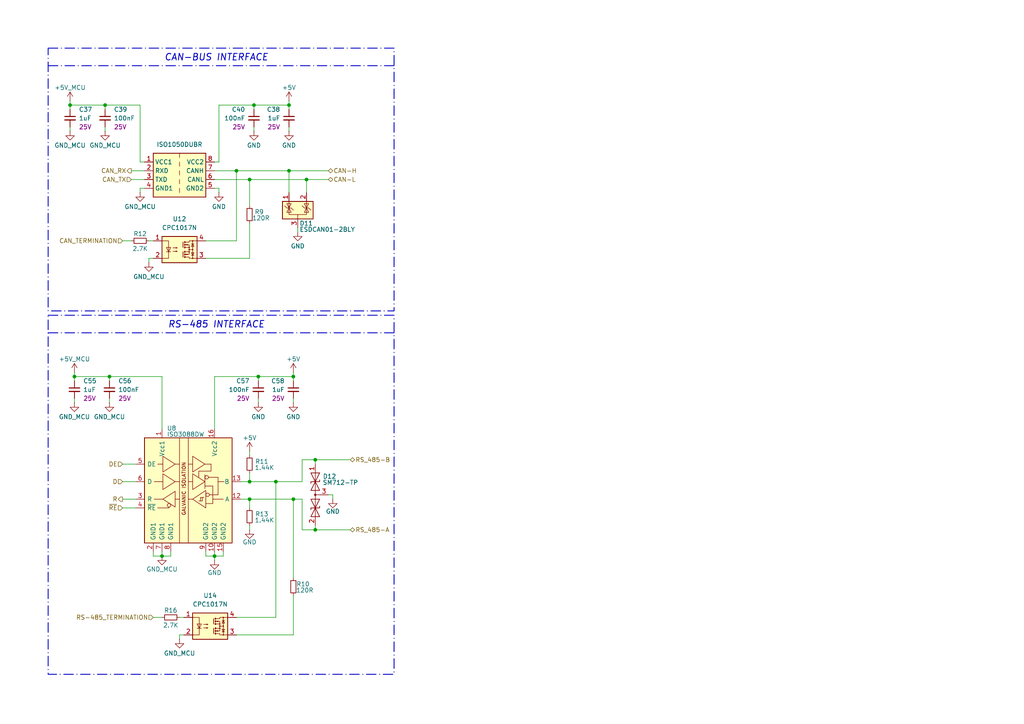
<source format=kicad_sch>
(kicad_sch (version 20231120) (generator "eeschema") (generator_version "8.0")
  (paper "A4")
  (lib_symbols
    (symbol "Device:C_Small" (pin_numbers hide) (pin_names (offset 0.254) hide)
      (property "Reference" "C" (at 0.254 1.778 0))
      (property "Value" "C_Small" (at 0.254 -2.032 0))
      (symbol "C_Small_0_1"
        (polyline (pts (xy -1.524 -0.508) (xy 1.524 -0.508)) (stroke (width 0.3302)))
        (polyline (pts (xy -1.524 0.508) (xy 1.524 0.508)) (stroke (width 0.3048)))
      )
      (symbol "C_Small_1_1"
        (pin passive line (at 0 2.54 270) (length 2.032) (name "~") (number "1"))
        (pin passive line (at 0 -2.54 90) (length 2.032) (name "~") (number "2"))
      )
    )
    (symbol "Device:R_Small" (pin_numbers hide) (pin_names (offset 0.254) hide)
      (property "Reference" "R" (at 0.762 0.508 0))
      (property "Value" "R_Small" (at 0.762 -1.016 0))
      (symbol "R_Small_0_1"
        (rectangle (start -0.762 1.778) (end 0.762 -1.778) (stroke (width 0.2032)))
      )
      (symbol "R_Small_1_1"
        (pin passive line (at 0 2.54 270) (length 0.762) (name "~") (number "1"))
        (pin passive line (at 0 -2.54 90) (length 0.762) (name "~") (number "2"))
      )
    )
    (symbol "Diode:SM712_SOT23" (pin_names (offset 1.016) hide)
      (property "Reference" "D" (at 0 4.445 0))
      (property "Value" "SM712_SOT23" (at 0 2.54 0))
      (symbol "SM712_SOT23_0_0"
        (polyline (pts (xy 0 -1.27) (xy 0 0)))
      )
      (symbol "SM712_SOT23_0_1"
        (polyline (pts (xy -6.35 0) (xy 6.35 0)))
        (polyline (pts (xy -3.302 1.27) (xy -3.81 1.27) (xy -3.81 -1.27) (xy -4.318 -1.27)) (stroke (width 0.2032)))
        (polyline (pts (xy 4.318 1.27) (xy 3.81 1.27) (xy 3.81 -1.27) (xy 3.302 -1.27)) (stroke (width 0.2032)))
        (polyline (pts (xy -6.35 -1.27) (xy -1.27 1.27) (xy -1.27 -1.27) (xy -6.35 1.27) (xy -6.35 -1.27)) (stroke (width 0.2032)))
        (polyline (pts (xy 1.27 -1.27) (xy 1.27 1.27) (xy 6.35 -1.27) (xy 6.35 1.27) (xy 1.27 -1.27)) (stroke (width 0.2032)))
        (circle (center 0 0) (radius 0.254) (fill (type outline)))
      )
      (symbol "SM712_SOT23_1_1"
        (pin passive line (at -8.89 0 0) (length 2.54) (name "A1") (number "1"))
        (pin passive line (at 8.89 0 180) (length 2.54) (name "A2") (number "2"))
        (pin input line (at 0 -3.81 90) (length 2.54) (name "common") (number "3"))
      )
    )
    (symbol "Interface_CAN_LIN:ISO1050DUB"
      (property "Reference" "U" (at -6.35 6.35 0))
      (property "Value" "ISO1050DUB" (at 2.54 6.35 0))
      (symbol "ISO1050DUB_0_1"
        (rectangle (start -7.62 5.08) (end 7.62 -7.62) (stroke (width 0.254)) (fill (type background)))
        (polyline (pts (xy 0 -5.08) (xy 0 -6.35)))
        (polyline (pts (xy 0 -2.54) (xy 0 -3.81)))
        (polyline (pts (xy 0 0) (xy 0 -1.27)))
        (polyline (pts (xy 0 2.54) (xy 0 1.27)))
        (polyline (pts (xy 0 5.08) (xy 0 3.81)))
      )
      (symbol "ISO1050DUB_1_1"
        (pin power_in line (at -10.16 2.54 0) (length 2.54) (name "VCC1") (number "1"))
        (pin output line (at -10.16 0 0) (length 2.54) (name "RXD") (number "2"))
        (pin input line (at -10.16 -2.54 0) (length 2.54) (name "TXD") (number "3"))
        (pin power_in line (at -10.16 -5.08 0) (length 2.54) (name "GND1") (number "4"))
        (pin power_in line (at 10.16 -5.08 180) (length 2.54) (name "GND2") (number "5"))
        (pin bidirectional line (at 10.16 -2.54 180) (length 2.54) (name "CANL") (number "6"))
        (pin bidirectional line (at 10.16 0 180) (length 2.54) (name "CANH") (number "7"))
        (pin power_in line (at 10.16 2.54 180) (length 2.54) (name "VCC2") (number "8"))
      )
    )
    (symbol "Interface_UART:ISO3082DW" (pin_names (offset 0.762))
      (property "Reference" "U" (at 0 19.05 0))
      (property "Value" "ISO3082DW" (at 0 16.51 0))
      (symbol "ISO3082DW_0_0"
        (rectangle (start -12.7 15.24) (end 12.7 -15.24) (stroke (width 0.254)) (fill (type background)))
        (polyline (pts (xy -8.636 2.54) (xy -9.906 2.54)))
        (polyline (pts (xy -7.62 7.62) (xy -8.89 7.62)))
        (polyline (pts (xy -7.366 7.62) (xy -7.62 7.62)))
        (polyline (pts (xy -2.54 15.24) (xy -2.54 -15.24)))
        (polyline (pts (xy 0 15.24) (xy 0 -15.24)))
        (polyline (pts (xy -7.366 4.826) (xy -7.366 0.254) (xy -3.81 2.54) (xy -7.366 4.826)))
        (polyline (pts (xy -7.366 9.906) (xy -7.366 5.334) (xy -3.81 7.62) (xy -7.366 9.906)))
        (polyline (pts (xy -3.81 -0.254) (xy -3.81 -4.826) (xy -7.366 -2.54) (xy -3.81 -0.254)))
        (polyline (pts (xy 1.27 9.906) (xy 1.27 5.334) (xy 4.826 7.62) (xy 1.27 9.906)))
        (text "GALVANIC ISOLATION" (at -1.27 0.508 900) (effects (font (size 1.016 1.016))))
      )
      (symbol "ISO3082DW_0_1"
        (circle (center -5.588 -4.318) (radius 0.508))
        (polyline (pts (xy -7.366 -2.54) (xy -9.906 -2.54)))
        (polyline (pts (xy -7.366 2.54) (xy -8.636 2.54)))
        (polyline (pts (xy -3.81 -2.54) (xy -2.54 -2.54)))
        (polyline (pts (xy -3.81 2.54) (xy -2.54 2.54)))
        (polyline (pts (xy -3.81 7.62) (xy -2.54 7.62)))
        (polyline (pts (xy 0 -2.54) (xy 1.27 -2.54)))
        (polyline (pts (xy 0 2.54) (xy 1.27 2.54)))
        (polyline (pts (xy 0 7.62) (xy 1.27 7.62)))
        (polyline (pts (xy 3.556 -2.286) (xy 3.556 -3.048)))
        (polyline (pts (xy 4.064 -3.048) (xy 3.048 -3.048)))
        (polyline (pts (xy 4.064 -2.286) (xy 4.064 -3.048)))
        (polyline (pts (xy 4.064 -2.286) (xy 4.064 -2.032)))
        (polyline (pts (xy 4.826 1.27) (xy 6.096 1.27)))
        (polyline (pts (xy 4.826 4.572) (xy 4.826 0.508)))
        (polyline (pts (xy 4.826 7.62) (xy 6.604 7.62)))
        (polyline (pts (xy 5.08 -3.81) (xy 6.096 -3.81)))
        (polyline (pts (xy 5.842 3.81) (xy 8.636 3.81)))
        (polyline (pts (xy 6.096 -1.27) (xy 8.636 -1.27)))
        (polyline (pts (xy 6.096 1.27) (xy 7.112 1.27)))
        (polyline (pts (xy 7.112 -3.81) (xy 6.096 -3.81)))
        (polyline (pts (xy 7.112 1.27) (xy 7.112 -3.81)))
        (polyline (pts (xy 8.636 -1.27) (xy 8.636 3.81)))
        (polyline (pts (xy 8.636 2.54) (xy 10.414 2.54)))
        (polyline (pts (xy -8.89 -5.08) (xy -5.588 -5.08) (xy -5.588 -4.826)))
        (polyline (pts (xy 3.556 -2.286) (xy 3.556 -2.032) (xy 4.572 -2.032)))
        (polyline (pts (xy 10.16 -2.54) (xy 8.89 -2.54) (xy 7.112 -2.54)))
        (polyline (pts (xy 1.27 -2.54) (xy 5.08 0) (xy 5.08 -5.08) (xy 1.27 -2.54)))
        (polyline (pts (xy 6.604 7.62) (xy 6.604 5.588) (xy 3.048 5.588) (xy 3.048 3.81)))
        (circle (center 5.334 3.81) (radius 0.508))
        (circle (center 5.588 -1.27) (radius 0.508))
      )
      (symbol "ISO3082DW_1_0"
        (polyline (pts (xy 1.27 4.826) (xy 1.27 0.254) (xy 4.826 2.54) (xy 1.27 4.826)))
      )
      (symbol "ISO3082DW_1_1"
        (pin power_in line (at -7.62 17.78 270) (length 2.54) (name "Vcc1") (number "1"))
        (pin power_in line (at 7.62 -17.78 90) (length 2.54) (name "GND2") (number "10"))
        (pin no_connect line (at 12.7 10.16 180) (length 2.54) hide (name "NC") (number "11"))
        (pin bidirectional line (at 15.24 -2.54 180) (length 2.54) (name "A") (number "12"))
        (pin bidirectional line (at 15.24 2.54 180) (length 2.54) (name "B") (number "13"))
        (pin no_connect line (at 12.7 7.62 180) (length 2.54) hide (name "NC") (number "14"))
        (pin power_in line (at 10.16 -17.78 90) (length 2.54) (name "GND2") (number "15"))
        (pin power_in line (at 7.62 17.78 270) (length 2.54) (name "Vcc2") (number "16"))
        (pin power_in line (at -10.16 -17.78 90) (length 2.54) (name "GND1") (number "2"))
        (pin output line (at -15.24 -2.54 0) (length 2.54) (name "R") (number "3"))
        (pin input line (at -15.24 -5.08 0) (length 2.54) (name "~{RE}") (number "4"))
        (pin input line (at -15.24 7.62 0) (length 2.54) (name "DE") (number "5"))
        (pin input line (at -15.24 2.54 0) (length 2.54) (name "D") (number "6"))
        (pin power_in line (at -7.62 -17.78 90) (length 2.54) (name "GND1") (number "7"))
        (pin power_in line (at -5.08 -17.78 90) (length 2.54) (name "GND1") (number "8"))
        (pin power_in line (at 5.08 -17.78 90) (length 2.54) (name "GND2") (number "9"))
      )
    )
    (symbol "Power_Protection:NUP2105L" (pin_names hide)
      (property "Reference" "D" (at 5.715 2.54 0))
      (property "Value" "NUP2105L" (at 5.715 0.635 0))
      (symbol "NUP2105L_0_0"
        (pin passive line (at 0 -5.08 90) (length 2.54) (name "A") (number "3"))
      )
      (symbol "NUP2105L_0_1"
        (rectangle (start -4.445 2.54) (end 4.445 -2.54) (stroke (width 0.254)) (fill (type background)))
        (polyline (pts (xy -2.54 2.54) (xy -2.54 0.635)))
        (polyline (pts (xy 0 -1.27) (xy 0 -2.54)))
        (polyline (pts (xy 2.54 2.54) (xy 2.54 0.635)))
        (polyline (pts (xy -3.81 1.27) (xy -3.175 0.635) (xy -1.905 0.635) (xy -1.27 0)))
        (polyline (pts (xy -2.54 0.635) (xy -2.54 -1.27) (xy 2.54 -1.27) (xy 2.54 0.635)))
        (polyline (pts (xy -2.54 0.635) (xy -1.905 -0.635) (xy -3.175 -0.635) (xy -2.54 0.635)))
        (polyline (pts (xy 2.54 0.635) (xy 1.905 -0.635) (xy 3.175 -0.635) (xy 2.54 0.635)))
        (polyline (pts (xy 2.54 0.635) (xy 3.175 1.905) (xy 1.905 1.905) (xy 2.54 0.635)))
        (polyline (pts (xy -2.54 0.635) (xy -3.175 1.905) (xy -1.905 1.905) (xy -2.54 0.635) (xy -2.54 1.27)))
        (polyline (pts (xy 1.27 1.27) (xy 1.905 0.635) (xy 2.54 0.635) (xy 3.175 0.635) (xy 3.81 0)))
      )
      (symbol "NUP2105L_1_1"
        (pin passive line (at -2.54 5.08 270) (length 2.54) (name "K") (number "1"))
        (pin passive line (at 2.54 5.08 270) (length 2.54) (name "K") (number "2"))
      )
    )
    (symbol "Relay_SolidState:CPC1017N"
      (property "Reference" "U" (at -5.08 5.08 0))
      (property "Value" "CPC1017N" (at 0 5.08 0))
      (symbol "CPC1017N_0_1"
        (rectangle (start -5.08 3.81) (end 5.08 -3.81) (stroke (width 0.254)) (fill (type background)))
        (polyline (pts (xy -3.81 -0.635) (xy -2.54 -0.635)))
        (polyline (pts (xy 1.016 -0.635) (xy 1.016 -2.159)) (stroke (width 0.2032)))
        (polyline (pts (xy 1.016 2.159) (xy 1.016 0.635)) (stroke (width 0.2032)))
        (polyline (pts (xy 1.524 -0.508) (xy 1.524 -0.762)) (stroke (width 0.3556)))
        (polyline (pts (xy 2.794 0) (xy 3.81 0)))
        (polyline (pts (xy 3.429 -1.651) (xy 4.191 -1.651)))
        (polyline (pts (xy 3.429 1.651) (xy 4.191 1.651)))
        (polyline (pts (xy 3.81 -2.54) (xy 3.81 2.54)))
        (polyline (pts (xy 1.524 -2.032) (xy 1.524 -2.286) (xy 1.524 -2.286)) (stroke (width 0.3556)))
        (polyline (pts (xy 1.524 -1.27) (xy 1.524 -1.524) (xy 1.524 -1.524)) (stroke (width 0.3556)))
        (polyline (pts (xy 1.524 0.762) (xy 1.524 0.508) (xy 1.524 0.508)) (stroke (width 0.3556)))
        (polyline (pts (xy 1.524 1.524) (xy 1.524 1.27) (xy 1.524 1.27)) (stroke (width 0.3556)))
        (polyline (pts (xy 1.524 2.286) (xy 1.524 2.032) (xy 1.524 2.032)) (stroke (width 0.3556)))
        (polyline (pts (xy 1.651 -1.397) (xy 2.794 -1.397) (xy 2.794 -0.635)))
        (polyline (pts (xy 1.651 1.397) (xy 2.794 1.397) (xy 2.794 0.635)))
        (polyline (pts (xy -5.08 2.54) (xy -3.175 2.54) (xy -3.175 -2.54) (xy -5.08 -2.54)))
        (polyline (pts (xy -3.175 -0.635) (xy -3.81 0.635) (xy -2.54 0.635) (xy -3.175 -0.635)))
        (polyline (pts (xy 1.651 -2.159) (xy 2.794 -2.159) (xy 2.794 -2.54) (xy 5.08 -2.54)))
        (polyline (pts (xy 1.651 -0.635) (xy 2.794 -0.635) (xy 2.794 0.635) (xy 1.651 0.635)))
        (polyline (pts (xy 1.651 2.159) (xy 2.794 2.159) (xy 2.794 2.54) (xy 5.08 2.54)))
        (polyline (pts (xy 1.778 -1.397) (xy 2.286 -1.27) (xy 2.286 -1.524) (xy 1.778 -1.397)))
        (polyline (pts (xy 1.778 1.397) (xy 2.286 1.524) (xy 2.286 1.27) (xy 1.778 1.397)))
        (polyline (pts (xy 3.81 -1.651) (xy 3.429 -0.889) (xy 4.191 -0.889) (xy 3.81 -1.651)))
        (polyline (pts (xy 3.81 1.651) (xy 3.429 0.889) (xy 4.191 0.889) (xy 3.81 1.651)))
        (polyline (pts (xy -1.905 -0.508) (xy -0.635 -0.508) (xy -1.016 -0.635) (xy -1.016 -0.381) (xy -0.635 -0.508)))
        (polyline (pts (xy -1.905 0.508) (xy -0.635 0.508) (xy -1.016 0.381) (xy -1.016 0.635) (xy -0.635 0.508)))
        (circle (center 2.794 -0.635) (radius 0.127))
        (circle (center 2.794 0) (radius 0.127))
        (circle (center 2.794 0.635) (radius 0.127))
        (circle (center 3.81 -2.54) (radius 0.127))
        (circle (center 3.81 0) (radius 0.127))
        (circle (center 3.81 2.54) (radius 0.127))
      )
      (symbol "CPC1017N_1_1"
        (pin passive line (at -7.62 2.54 0) (length 2.54) (name "~") (number "1"))
        (pin passive line (at -7.62 -2.54 0) (length 2.54) (name "~") (number "2"))
        (pin passive line (at 7.62 -2.54 180) (length 2.54) (name "~") (number "3"))
        (pin passive line (at 7.62 2.54 180) (length 2.54) (name "~") (number "4"))
      )
    )
    (symbol "power:GND" (power) (pin_numbers hide) (pin_names (offset 0) hide)
      (property "Value" "GND" (at 0 -3.81 0))
      (symbol "GND_0_1"
        (polyline (pts (xy 0 0) (xy 0 -1.27) (xy 1.27 -1.27) (xy 0 -2.54) (xy -1.27 -1.27) (xy 0 -1.27)))
      )
      (symbol "GND_1_1"
        (pin power_in line (at 0 0 270) (length 0) (name "~") (number "1"))
      )
    )
    (symbol "power:VCC" (power) (pin_numbers hide) (pin_names (offset 0) hide)
      (property "Value" "VCC" (at 0 3.556 0))
      (symbol "VCC_0_1"
        (polyline (pts (xy -0.762 1.27) (xy 0 2.54)))
        (polyline (pts (xy 0 0) (xy 0 2.54)))
        (polyline (pts (xy 0 2.54) (xy 0.762 1.27)))
      )
      (symbol "VCC_1_1"
        (pin power_in line (at 0 0 90) (length 0) (name "~") (number "1"))
      )
    )
  )
  (junction (at 72.39 52.07))
  (junction (at 31.75 109.22))
  (junction (at 73.66 30.48))
  (junction (at 62.23 161.29))
  (junction (at 30.48 30.48))
  (junction (at 21.59 109.22))
  (junction (at 91.44 153.67))
  (junction (at 83.82 30.48))
  (junction (at 85.09 144.78))
  (junction (at 72.39 139.7))
  (junction (at 91.44 133.35))
  (junction (at 20.32 30.48))
  (junction (at 85.09 109.22))
  (junction (at 68.58 49.53))
  (junction (at 88.9 52.07))
  (junction (at 72.39 144.78))
  (junction (at 46.99 161.29))
  (junction (at 74.93 109.22))
  (junction (at 83.82 49.53))
  (junction (at 80.01 139.7))
  (wire (pts (xy 59.69 74.93) (xy 72.39 74.93)))
  (wire (pts (xy 30.48 30.48) (xy 40.64 30.48)))
  (wire (pts (xy 87.63 139.7) (xy 87.63 133.35)))
  (wire (pts (xy 20.32 36.83) (xy 20.32 38.1)))
  (wire (pts (xy 72.39 144.78) (xy 85.09 144.78)))
  (polyline (pts (xy 13.97 96.52) (xy 114.3 96.52)) (stroke (width 0.254) (type dash_dot)))
  (wire (pts (xy 87.63 144.78) (xy 87.63 153.67)))
  (wire (pts (xy 68.58 69.85) (xy 59.69 69.85)))
  (wire (pts (xy 80.01 139.7) (xy 87.63 139.7)))
  (wire (pts (xy 88.9 55.88) (xy 88.9 52.07)))
  (wire (pts (xy 49.53 161.29) (xy 49.53 160.02)))
  (wire (pts (xy 73.66 30.48) (xy 63.5 30.48)))
  (wire (pts (xy 87.63 133.35) (xy 91.44 133.35)))
  (wire (pts (xy 83.82 30.48) (xy 83.82 29.21)))
  (wire (pts (xy 43.18 74.93) (xy 43.18 76.2)))
  (wire (pts (xy 85.09 144.78) (xy 87.63 144.78)))
  (wire (pts (xy 38.1 52.07) (xy 41.91 52.07)))
  (wire (pts (xy 64.77 161.29) (xy 62.23 161.29)))
  (wire (pts (xy 83.82 36.83) (xy 83.82 38.1)))
  (wire (pts (xy 21.59 115.57) (xy 21.59 116.84)))
  (wire (pts (xy 72.39 52.07) (xy 88.9 52.07)))
  (wire (pts (xy 73.66 36.83) (xy 73.66 38.1)))
  (wire (pts (xy 21.59 109.22) (xy 21.59 110.49)))
  (wire (pts (xy 46.99 160.02) (xy 46.99 161.29)))
  (wire (pts (xy 46.99 161.29) (xy 49.53 161.29)))
  (wire (pts (xy 72.39 152.4) (xy 72.39 153.67)))
  (wire (pts (xy 62.23 49.53) (xy 68.58 49.53)))
  (wire (pts (xy 62.23 109.22) (xy 74.93 109.22)))
  (wire (pts (xy 35.56 134.62) (xy 39.37 134.62)))
  (wire (pts (xy 63.5 46.99) (xy 62.23 46.99)))
  (wire (pts (xy 68.58 179.07) (xy 80.01 179.07)))
  (wire (pts (xy 86.36 66.04) (xy 86.36 67.31)))
  (wire (pts (xy 74.93 109.22) (xy 85.09 109.22)))
  (wire (pts (xy 40.64 54.61) (xy 40.64 55.88)))
  (wire (pts (xy 74.93 115.57) (xy 74.93 116.84)))
  (wire (pts (xy 44.45 74.93) (xy 43.18 74.93)))
  (wire (pts (xy 52.07 184.15) (xy 52.07 185.42)))
  (wire (pts (xy 85.09 109.22) (xy 85.09 110.49)))
  (wire (pts (xy 91.44 133.35) (xy 91.44 134.62)))
  (wire (pts (xy 85.09 184.15) (xy 85.09 172.72)))
  (wire (pts (xy 80.01 139.7) (xy 80.01 179.07)))
  (wire (pts (xy 72.39 144.78) (xy 72.39 147.32)))
  (wire (pts (xy 44.45 160.02) (xy 44.45 161.29)))
  (wire (pts (xy 44.45 161.29) (xy 46.99 161.29)))
  (wire (pts (xy 91.44 153.67) (xy 91.44 152.4)))
  (wire (pts (xy 35.56 144.78) (xy 39.37 144.78)))
  (wire (pts (xy 73.66 30.48) (xy 73.66 31.75)))
  (wire (pts (xy 35.56 139.7) (xy 39.37 139.7)))
  (wire (pts (xy 30.48 30.48) (xy 30.48 31.75)))
  (wire (pts (xy 68.58 49.53) (xy 68.58 69.85)))
  (wire (pts (xy 91.44 153.67) (xy 101.6 153.67)))
  (wire (pts (xy 85.09 109.22) (xy 85.09 107.95)))
  (wire (pts (xy 63.5 46.99) (xy 63.5 30.48)))
  (wire (pts (xy 38.1 49.53) (xy 41.91 49.53)))
  (wire (pts (xy 62.23 161.29) (xy 62.23 162.56)))
  (wire (pts (xy 69.85 144.78) (xy 72.39 144.78)))
  (wire (pts (xy 88.9 52.07) (xy 95.25 52.07)))
  (wire (pts (xy 85.09 115.57) (xy 85.09 116.84)))
  (wire (pts (xy 69.85 139.7) (xy 72.39 139.7)))
  (wire (pts (xy 40.64 54.61) (xy 41.91 54.61)))
  (wire (pts (xy 31.75 109.22) (xy 31.75 110.49)))
  (wire (pts (xy 40.64 46.99) (xy 41.91 46.99)))
  (wire (pts (xy 40.64 46.99) (xy 40.64 30.48)))
  (wire (pts (xy 72.39 74.93) (xy 72.39 64.77)))
  (wire (pts (xy 31.75 115.57) (xy 31.75 116.84)))
  (wire (pts (xy 35.56 69.85) (xy 38.1 69.85)))
  (wire (pts (xy 46.99 109.22) (xy 46.99 124.46)))
  (wire (pts (xy 74.93 109.22) (xy 74.93 110.49)))
  (wire (pts (xy 83.82 49.53) (xy 83.82 55.88)))
  (wire (pts (xy 20.32 30.48) (xy 20.32 31.75)))
  (wire (pts (xy 35.56 147.32) (xy 39.37 147.32)))
  (wire (pts (xy 64.77 160.02) (xy 64.77 161.29)))
  (wire (pts (xy 72.39 52.07) (xy 72.39 59.69)))
  (wire (pts (xy 95.25 143.51) (xy 96.52 143.51)))
  (wire (pts (xy 83.82 49.53) (xy 95.25 49.53)))
  (wire (pts (xy 62.23 52.07) (xy 72.39 52.07)))
  (wire (pts (xy 72.39 139.7) (xy 80.01 139.7)))
  (wire (pts (xy 91.44 133.35) (xy 101.6 133.35)))
  (wire (pts (xy 30.48 36.83) (xy 30.48 38.1)))
  (wire (pts (xy 72.39 137.16) (xy 72.39 139.7)))
  (wire (pts (xy 83.82 30.48) (xy 73.66 30.48)))
  (wire (pts (xy 31.75 109.22) (xy 46.99 109.22)))
  (wire (pts (xy 62.23 109.22) (xy 62.23 124.46)))
  (wire (pts (xy 68.58 184.15) (xy 85.09 184.15)))
  (wire (pts (xy 87.63 153.67) (xy 91.44 153.67)))
  (wire (pts (xy 44.45 179.07) (xy 46.99 179.07)))
  (wire (pts (xy 83.82 30.48) (xy 83.82 31.75)))
  (wire (pts (xy 72.39 130.81) (xy 72.39 132.08)))
  (wire (pts (xy 21.59 109.22) (xy 21.59 107.95)))
  (wire (pts (xy 62.23 54.61) (xy 63.5 54.61)))
  (wire (pts (xy 52.07 179.07) (xy 53.34 179.07)))
  (polyline (pts (xy 13.97 19.05) (xy 114.3 19.05)) (stroke (width 0.254) (type dash_dot)))
  (wire (pts (xy 68.58 49.53) (xy 83.82 49.53)))
  (wire (pts (xy 43.18 69.85) (xy 44.45 69.85)))
  (wire (pts (xy 63.5 54.61) (xy 63.5 55.88)))
  (wire (pts (xy 21.59 109.22) (xy 31.75 109.22)))
  (wire (pts (xy 20.32 30.48) (xy 20.32 29.21)))
  (wire (pts (xy 20.32 30.48) (xy 30.48 30.48)))
  (wire (pts (xy 96.52 143.51) (xy 96.52 144.78)))
  (wire (pts (xy 62.23 161.29) (xy 59.69 161.29)))
  (wire (pts (xy 59.69 161.29) (xy 59.69 160.02)))
  (wire (pts (xy 53.34 184.15) (xy 52.07 184.15)))
  (wire (pts (xy 62.23 160.02) (xy 62.23 161.29)))
  (wire (pts (xy 85.09 144.78) (xy 85.09 167.64)))
  (rectangle (start 13.97 91.44) (end 114.3 195.58) (stroke (width 0.254) (type dash_dot)))
  (rectangle (start 13.97 13.97) (end 114.3 90.17) (stroke (width 0.254) (type dash_dot)))
  (text "CAN-BUS INTERFACE" (at 62.738 16.764 0) (effects (font (size 1.905 1.905) (thickness 0.254) (bold yes) (italic yes))))
  (text "RS-485 INTERFACE" (at 62.738 94.234 0) (effects (font (size 1.905 1.905) (thickness 0.254) (bold yes) (italic yes))))
  (hierarchical_label "CAN_TX" (shape input) (at 38.1 52.07 180))
  (hierarchical_label "R" (shape output) (at 35.56 144.78 180))
  (hierarchical_label "CAN-L" (shape bidirectional) (at 95.25 52.07 0))
  (hierarchical_label "D" (shape input) (at 35.56 139.7 180))
  (hierarchical_label "~{RE}" (shape input) (at 35.56 147.32 180))
  (hierarchical_label "DE" (shape input) (at 35.56 134.62 180))
  (hierarchical_label "CAN-H" (shape bidirectional) (at 95.25 49.53 0))
  (hierarchical_label "RS_485-B" (shape bidirectional) (at 101.6 133.35 0))
  (hierarchical_label "CAN_RX" (shape output) (at 38.1 49.53 180))
  (hierarchical_label "RS_485-A" (shape bidirectional) (at 101.6 153.67 0))
  (hierarchical_label "CAN_TERMINATION" (shape input) (at 35.56 69.85 180))
  (hierarchical_label "RS-485_TERMINATION" (shape input) (at 44.45 179.07 180))
  (symbol (lib_id "Device:R_Small") (at 72.39 134.62 180) (unit 1)
    (property "Reference" "R11" (at 75.946 133.858 0))
    (property "Value" "1.44K" (at 76.708 135.636 0))
    (property "Footprint" "Resistor_SMD:R_0603_1608Metric" (effects (hide yes)))
    (property "Description" "Resistor, small symbol" (effects (hide yes)))
    (property "Link" "https://ozdisan.com/pasif-komponentler/direncler/smt-smd-ve-cip-direncler/0603SAF1431T5E/505857" (effects (hide yes)))
    (property "Mfr.No" "0603SAF1431T5E" (effects (hide yes)))
  )
  (symbol (lib_id "power:GND") (at 43.18 76.2 0) (unit 1)
    (property "Reference" "#PWR0121" (effects (hide yes)))
    (property "Value" "GND_MCU" (at 43.18 80.264 0))
    (property "Description" "Power symbol creates a global label with name \"GND\" , ground" (effects (hide yes)))
  )
  (symbol (lib_id "Relay_SolidState:CPC1017N") (at 52.07 72.39 0) (unit 1)
    (property "Reference" "U12" (at 52.07 63.5 0))
    (property "Value" "CPC1017N" (at 52.07 66.04 0))
    (property "Footprint" "Package_SO:SOP-4_3.8x4.1mm_P2.54mm" (effects (hide yes)))
    (property "Datasheet" "http://www.ixysic.com/home/pdfs.nsf/www/CPC1017N.pdf/$file/CPC1017N.pdf" (effects (hide yes)))
    (property "Description" "Form A, Solid State Relay (Photo MOSFET) 60V, 0.1A, 16Ohm, SO-4" (effects (hide yes)))
  )
  (symbol (lib_id "Device:R_Small") (at 72.39 149.86 180) (unit 1)
    (property "Reference" "R13" (at 75.946 149.098 0))
    (property "Value" "1.44K" (at 76.708 150.876 0))
    (property "Footprint" "Resistor_SMD:R_0603_1608Metric" (effects (hide yes)))
    (property "Description" "Resistor, small symbol" (effects (hide yes)))
    (property "Link" "https://ozdisan.com/pasif-komponentler/direncler/smt-smd-ve-cip-direncler/0603SAF1431T5E/505857" (effects (hide yes)))
    (property "Mfr.No" "0603SAF1431T5E" (effects (hide yes)))
  )
  (symbol (lib_id "power:GND") (at 63.5 55.88 0) (unit 1)
    (property "Reference" "#PWR088" (effects (hide yes)))
    (property "Value" "GND" (at 63.5 59.944 0))
    (property "Description" "Power symbol creates a global label with name \"GND\" , ground" (effects (hide yes)))
  )
  (symbol (lib_id "Power_Protection:NUP2105L") (at 86.36 60.96 0) (unit 1)
    (property "Reference" "D11" (at 86.868 64.77 0) (effects (justify left)))
    (property "Value" "ESDCAN01-2BLY" (at 86.868 66.548 0) (effects (justify left)))
    (property "Footprint" "Package_TO_SOT_SMD:SOT-23" (effects (hide yes)))
    (property "Datasheet" "https://www.onsemi.com/pub_link/Collateral/NUP2105L-D.PDF" (effects (hide yes)))
    (property "Description" "Transient Voltage Suppression Diodes - TVS Automotive dual-line TVS in SOT23-3L for CAN bus (12 V system)" (effects (hide yes)))
    (property "Link" "https://www.mouser.com.tr/ProductDetail/STMicroelectronics/ESDCAN01-2BLY?qs=sGAEpiMZZMsItbzKdwyIe6wFCUwK1Xl73CSvtjj2fIdnbL100VLq8w%3D%3D" (effects (hide yes)))
    (property "Mfr.No" "ESDCAN01-2BLY" (effects (hide yes)))
  )
  (symbol (lib_id "Device:C_Small") (at 21.59 113.03 0) (unit 1)
    (property "Reference" "C55" (at 24.13 110.49 0) (effects (justify left)))
    (property "Value" "1uF" (at 24.13 113.03 0) (effects (justify left)))
    (property "Footprint" "Capacitor_SMD:C_0805_2012Metric" (effects (hide yes)))
    (property "Description" "Unpolarized capacitor, small symbol" (effects (hide yes)))
    (property "Link" "https://ozdisan.com/pasif-komponentler/kapasitorler/smt-smd-ve-mlcc-kapasitorler/MCF03KTB250105/1057179" (effects (hide yes)))
    (property "Mfr.No" "MCF03KTB250105" (effects (hide yes)))
    (property "Voltage" "25V" (at 24.13 115.57 0) (effects (justify left)))
  )
  (symbol (lib_id "power:GND") (at 40.64 55.88 0) (unit 1)
    (property "Reference" "#PWR079" (effects (hide yes)))
    (property "Value" "GND_MCU" (at 40.64 59.944 0))
    (property "Description" "Power symbol creates a global label with name \"GND\" , ground" (effects (hide yes)))
  )
  (symbol (lib_id "power:GND") (at 52.07 185.42 0) (unit 1)
    (property "Reference" "#PWR0123" (effects (hide yes)))
    (property "Value" "GND_MCU" (at 52.07 189.484 0))
    (property "Description" "Power symbol creates a global label with name \"GND\" , ground" (effects (hide yes)))
  )
  (symbol (lib_id "power:VCC") (at 72.39 130.81 0) (unit 1)
    (property "Reference" "#PWR089" (effects (hide yes)))
    (property "Value" "+5V" (at 72.39 127 0))
    (property "Description" "Power symbol creates a global label with name \"VCC\"" (effects (hide yes)))
  )
  (symbol (lib_id "Device:C_Small") (at 30.48 34.29 0) (unit 1)
    (property "Reference" "C39" (at 33.02 31.75 0) (effects (justify left)))
    (property "Value" "100nF" (at 33.02 34.29 0) (effects (justify left)))
    (property "Footprint" "Capacitor_SMD:C_0805_2012Metric" (effects (hide yes)))
    (property "Description" "Unpolarized capacitor, small symbol" (effects (hide yes)))
    (property "Link" "https://ozdisan.com/pasif-komponentler/kapasitorler/smt-smd-ve-mlcc-kapasitorler/MCF03KTB250104/1057180" (effects (hide yes)))
    (property "Mfr.No" "MCF03KTB250104" (effects (hide yes)))
    (property "Voltage" "25V" (at 33.02 36.83 0) (effects (justify left)))
  )
  (symbol (lib_id "Device:R_Small") (at 49.53 179.07 270) (unit 1)
    (property "Reference" "R16" (at 49.53 177.038 90))
    (property "Value" "2.7K" (at 49.53 181.356 90))
    (property "Footprint" "Resistor_SMD:R_0603_1608Metric" (effects (hide yes)))
    (property "Description" "Resistor, small symbol" (effects (hide yes)))
    (property "Link" "https://ozdisan.com/pasif-komponentler/direncler/smt-smd-ve-cip-direncler/0603SAF2701T5E/339151" (effects (hide yes)))
    (property "Mfr.No" "0603SAF2701T5E" (effects (hide yes)))
  )
  (symbol (lib_id "power:GND") (at 21.59 116.84 0) (unit 1)
    (property "Reference" "#PWR0128" (effects (hide yes)))
    (property "Value" "GND_MCU" (at 21.59 120.904 0))
    (property "Description" "Power symbol creates a global label with name \"GND\" , ground" (effects (hide yes)))
  )
  (symbol (lib_id "power:GND") (at 30.48 38.1 0) (unit 1)
    (property "Reference" "#PWR083" (effects (hide yes)))
    (property "Value" "GND_MCU" (at 30.48 42.164 0))
    (property "Description" "Power symbol creates a global label with name \"GND\" , ground" (effects (hide yes)))
  )
  (symbol (lib_id "Device:R_Small") (at 85.09 170.18 180) (unit 1)
    (property "Reference" "R10" (at 87.884 169.418 0))
    (property "Value" "120R" (at 88.392 171.196 0))
    (property "Footprint" "Resistor_SMD:R_0603_1608Metric" (effects (hide yes)))
    (property "Description" "Resistor, small symbol" (effects (hide yes)))
    (property "Link" "https://ozdisan.com/pasif-komponentler/direncler/smt-smd-ve-cip-direncler/CRT03F7E1200/1054365" (effects (hide yes)))
    (property "Mfr.No" "CRT03F7E1200" (effects (hide yes)))
  )
  (symbol (lib_id "Device:C_Small") (at 85.09 113.03 0) (mirror y) (unit 1)
    (property "Reference" "C58" (at 82.55 110.49 0) (effects (justify left)))
    (property "Value" "1uF" (at 82.55 113.03 0) (effects (justify left)))
    (property "Footprint" "Capacitor_SMD:C_0805_2012Metric" (effects (hide yes)))
    (property "Description" "Unpolarized capacitor, small symbol" (effects (hide yes)))
    (property "Link" "https://ozdisan.com/pasif-komponentler/kapasitorler/smt-smd-ve-mlcc-kapasitorler/MCF03KTB250105/1057179" (effects (hide yes)))
    (property "Mfr.No" "MCF03KTB250105" (effects (hide yes)))
    (property "Voltage" "25V" (at 82.55 115.57 0) (effects (justify left)))
  )
  (symbol (lib_id "power:GND") (at 74.93 116.84 0) (mirror y) (unit 1)
    (property "Reference" "#PWR0130" (effects (hide yes)))
    (property "Value" "GND" (at 74.93 120.904 0))
    (property "Description" "Power symbol creates a global label with name \"GND\" , ground" (effects (hide yes)))
  )
  (symbol (lib_id "Device:C_Small") (at 83.82 34.29 0) (mirror y) (unit 1)
    (property "Reference" "C38" (at 81.28 31.75 0) (effects (justify left)))
    (property "Value" "1uF" (at 81.28 34.29 0) (effects (justify left)))
    (property "Footprint" "Capacitor_SMD:C_0805_2012Metric" (effects (hide yes)))
    (property "Description" "Unpolarized capacitor, small symbol" (effects (hide yes)))
    (property "Link" "https://ozdisan.com/pasif-komponentler/kapasitorler/smt-smd-ve-mlcc-kapasitorler/MCF03KTB250105/1057179" (effects (hide yes)))
    (property "Mfr.No" "MCF03KTB250105" (effects (hide yes)))
    (property "Voltage" "25V" (at 81.28 36.83 0) (effects (justify left)))
  )
  (symbol (lib_id "Relay_SolidState:CPC1017N") (at 60.96 181.61 0) (unit 1)
    (property "Reference" "U14" (at 60.96 172.72 0))
    (property "Value" "CPC1017N" (at 60.96 175.26 0))
    (property "Footprint" "Package_SO:SOP-4_3.8x4.1mm_P2.54mm" (effects (hide yes)))
    (property "Datasheet" "http://www.ixysic.com/home/pdfs.nsf/www/CPC1017N.pdf/$file/CPC1017N.pdf" (effects (hide yes)))
    (property "Description" "Form A, Solid State Relay (Photo MOSFET) 60V, 0.1A, 16Ohm, SO-4" (effects (hide yes)))
  )
  (symbol (lib_id "Device:R_Small") (at 72.39 62.23 180) (unit 1)
    (property "Reference" "R9" (at 75.184 61.468 0))
    (property "Value" "120R" (at 75.692 63.246 0))
    (property "Footprint" "Resistor_SMD:R_0603_1608Metric" (effects (hide yes)))
    (property "Description" "Resistor, small symbol" (effects (hide yes)))
    (property "Link" "https://ozdisan.com/pasif-komponentler/direncler/smt-smd-ve-cip-direncler/CRT03F7E1200/1054365" (effects (hide yes)))
    (property "Mfr.No" "CRT03F7E1200" (effects (hide yes)))
  )
  (symbol (lib_id "power:GND") (at 20.32 38.1 0) (unit 1)
    (property "Reference" "#PWR078" (effects (hide yes)))
    (property "Value" "GND_MCU" (at 20.32 42.164 0))
    (property "Description" "Power symbol creates a global label with name \"GND\" , ground" (effects (hide yes)))
  )
  (symbol (lib_id "power:VCC") (at 85.09 107.95 0) (mirror y) (unit 1)
    (property "Reference" "#PWR0131" (effects (hide yes)))
    (property "Value" "+5V" (at 85.09 104.14 0))
    (property "Description" "Power symbol creates a global label with name \"VCC\"" (effects (hide yes)))
  )
  (symbol (lib_id "Device:C_Small") (at 73.66 34.29 0) (mirror y) (unit 1)
    (property "Reference" "C40" (at 71.12 31.75 0) (effects (justify left)))
    (property "Value" "100nF" (at 71.12 34.29 0) (effects (justify left)))
    (property "Footprint" "Capacitor_SMD:C_0805_2012Metric" (effects (hide yes)))
    (property "Description" "Unpolarized capacitor, small symbol" (effects (hide yes)))
    (property "Link" "https://ozdisan.com/pasif-komponentler/kapasitorler/smt-smd-ve-mlcc-kapasitorler/MCF03KTB250104/1057180" (effects (hide yes)))
    (property "Mfr.No" "MCF03KTB250104" (effects (hide yes)))
    (property "Voltage" "25V" (at 71.12 36.83 0) (effects (justify left)))
  )
  (symbol (lib_id "power:GND") (at 96.52 144.78 0) (unit 1)
    (property "Reference" "#PWR082" (effects (hide yes)))
    (property "Value" "GND" (at 96.52 148.336 0))
    (property "Description" "Power symbol creates a global label with name \"GND\" , ground" (effects (hide yes)))
  )
  (symbol (lib_id "Device:C_Small") (at 31.75 113.03 0) (unit 1)
    (property "Reference" "C56" (at 34.29 110.49 0) (effects (justify left)))
    (property "Value" "100nF" (at 34.29 113.03 0) (effects (justify left)))
    (property "Footprint" "Capacitor_SMD:C_0805_2012Metric" (effects (hide yes)))
    (property "Description" "Unpolarized capacitor, small symbol" (effects (hide yes)))
    (property "Link" "https://ozdisan.com/pasif-komponentler/kapasitorler/smt-smd-ve-mlcc-kapasitorler/MCF03KTB250104/1057180" (effects (hide yes)))
    (property "Mfr.No" "MCF03KTB250104" (effects (hide yes)))
    (property "Voltage" "25V" (at 34.29 115.57 0) (effects (justify left)))
  )
  (symbol (lib_id "power:VCC") (at 21.59 107.95 0) (unit 1)
    (property "Reference" "#PWR0127" (effects (hide yes)))
    (property "Value" "+5V_MCU" (at 21.59 104.14 0))
    (property "Description" "Power symbol creates a global label with name \"VCC\"" (effects (hide yes)))
  )
  (symbol (lib_id "power:GND") (at 62.23 162.56 0) (mirror y) (unit 1)
    (property "Reference" "#PWR0125" (effects (hide yes)))
    (property "Value" "GND" (at 62.23 166.116 0))
    (property "Description" "Power symbol creates a global label with name \"GND\" , ground" (effects (hide yes)))
  )
  (symbol (lib_id "Device:R_Small") (at 40.64 69.85 270) (unit 1)
    (property "Reference" "R12" (at 40.64 67.818 90))
    (property "Value" "2.7K" (at 40.64 72.136 90))
    (property "Footprint" "Resistor_SMD:R_0603_1608Metric" (effects (hide yes)))
    (property "Description" "Resistor, small symbol" (effects (hide yes)))
    (property "Link" "https://ozdisan.com/pasif-komponentler/direncler/smt-smd-ve-cip-direncler/0603SAF2701T5E/339151" (effects (hide yes)))
    (property "Mfr.No" "0603SAF2701T5E" (effects (hide yes)))
  )
  (symbol (lib_id "power:GND") (at 83.82 38.1 0) (mirror y) (unit 1)
    (property "Reference" "#PWR084" (effects (hide yes)))
    (property "Value" "GND" (at 83.82 42.164 0))
    (property "Description" "Power symbol creates a global label with name \"GND\" , ground" (effects (hide yes)))
  )
  (symbol (lib_id "power:GND") (at 31.75 116.84 0) (unit 1)
    (property "Reference" "#PWR0129" (effects (hide yes)))
    (property "Value" "GND_MCU" (at 31.75 120.904 0))
    (property "Description" "Power symbol creates a global label with name \"GND\" , ground" (effects (hide yes)))
  )
  (symbol (lib_id "power:GND") (at 85.09 116.84 0) (mirror y) (unit 1)
    (property "Reference" "#PWR0132" (effects (hide yes)))
    (property "Value" "GND" (at 85.09 120.904 0))
    (property "Description" "Power symbol creates a global label with name \"GND\" , ground" (effects (hide yes)))
  )
  (symbol (lib_id "power:GND") (at 46.99 161.29 0) (unit 1)
    (property "Reference" "#PWR0126" (effects (hide yes)))
    (property "Value" "GND_MCU" (at 46.99 165.1 0))
    (property "Description" "Power symbol creates a global label with name \"GND\" , ground" (effects (hide yes)))
  )
  (symbol (lib_id "Interface_UART:ISO3082DW") (at 54.61 142.24 0) (unit 1)
    (property "Reference" "U8" (at 49.784 124.206 0))
    (property "Value" "ISO3088DW" (at 53.848 125.984 0))
    (property "Footprint" "Package_SO:SOIC-16W_7.5x10.3mm_P1.27mm" (effects (hide yes)))
    (property "Datasheet" "http://www.ti.com/lit/ds/symlink/iso3082.pdf" (effects (hide yes)))
    (property "Description" "Digital Isolators Iso 5V Full & Half- Duplex RS-485 Xcvr A 595-ISO3088DW" (effects (hide yes)))
    (property "Link" "https://www.mouser.com.tr/ProductDetail/Texas-Instruments/ISO3088DWR?qs=5gBG3L055oOVXe9fkQQjyw%3D%3D" (effects (hide yes)))
    (property "Mfr.No" " ISO3088DWR" (effects (hide yes)))
  )
  (symbol (lib_id "power:GND") (at 73.66 38.1 0) (mirror y) (unit 1)
    (property "Reference" "#PWR085" (effects (hide yes)))
    (property "Value" "GND" (at 73.66 42.164 0))
    (property "Description" "Power symbol creates a global label with name \"GND\" , ground" (effects (hide yes)))
  )
  (symbol (lib_id "Diode:SM712_SOT23") (at 91.44 143.51 90) (mirror x) (unit 1)
    (property "Reference" "D12" (at 97.536 138.176 90) (effects (justify left)))
    (property "Value" "SM712-TP" (at 103.886 139.954 90) (effects (justify left)))
    (property "Footprint" "Package_TO_SOT_SMD:SOT-23" (effects (hide yes)))
    (property "Datasheet" "https://www.littelfuse.com/~/media/electronics/datasheets/tvs_diode_arrays/littelfuse_tvs_diode_array_sm712_datasheet.pdf.pdf" (effects (hide yes)))
    (property "Description" "7V/12V, 600W Asymmetrical TVS Diode Array, SOT-23" (effects (hide yes)))
    (property "Link" "https://www.mouser.com.tr/ProductDetail/Micro-Commercial-Components-MCC/SM712-TP?qs=WJd%252B7yD6my3J3yaz9R6ciw%3D%3D" (effects (hide yes)))
    (property "Mfr.No" " SM712-TP" (effects (hide yes)))
  )
  (symbol (lib_id "Device:C_Small") (at 20.32 34.29 0) (unit 1)
    (property "Reference" "C37" (at 22.86 31.75 0) (effects (justify left)))
    (property "Value" "1uF" (at 22.86 34.29 0) (effects (justify left)))
    (property "Footprint" "Capacitor_SMD:C_0805_2012Metric" (effects (hide yes)))
    (property "Description" "Unpolarized capacitor, small symbol" (effects (hide yes)))
    (property "Link" "https://ozdisan.com/pasif-komponentler/kapasitorler/smt-smd-ve-mlcc-kapasitorler/MCF03KTB250105/1057179" (effects (hide yes)))
    (property "Mfr.No" "MCF03KTB250105" (effects (hide yes)))
    (property "Voltage" "25V" (at 22.86 36.83 0) (effects (justify left)))
  )
  (symbol (lib_id "power:GND") (at 86.36 67.31 0) (mirror y) (unit 1)
    (property "Reference" "#PWR0122" (effects (hide yes)))
    (property "Value" "GND" (at 86.36 71.374 0))
    (property "Description" "Power symbol creates a global label with name \"GND\" , ground" (effects (hide yes)))
  )
  (symbol (lib_id "power:VCC") (at 20.32 29.21 0) (unit 1)
    (property "Reference" "#PWR077" (effects (hide yes)))
    (property "Value" "+5V_MCU" (at 20.32 25.4 0))
    (property "Description" "Power symbol creates a global label with name \"VCC\"" (effects (hide yes)))
  )
  (symbol (lib_id "power:VCC") (at 83.82 29.21 0) (mirror y) (unit 1)
    (property "Reference" "#PWR080" (effects (hide yes)))
    (property "Value" "+5V" (at 83.82 25.4 0))
    (property "Description" "Power symbol creates a global label with name \"VCC\"" (effects (hide yes)))
  )
  (symbol (lib_id "Interface_CAN_LIN:ISO1050DUB") (at 52.07 49.53 0) (unit 1)
    (property "Reference" "U15" (effects (hide yes)))
    (property "Value" "ISO1050DUBR" (at 52.07 41.91 0))
    (property "Footprint" "Package_SO:SOP-8_6.62x9.15mm_P2.54mm" (effects (hide yes)))
    (property "Datasheet" "http://www.ti.com/lit/ds/symlink/iso1050.pdf" (effects (hide yes)))
    (property "Description" "Isolated CAN Transceiver, SOP-8" (effects (hide yes)))
    (property "Link" "https://www.mouser.com.tr/ProductDetail/Texas-Instruments/ISO1050DUBR?qs=IK5e5L0zOXhhp9hdAolE%252BA%3D%3D" (effects (hide yes)))
    (property "Mfr.No" " ISO1050DUBR" (effects (hide yes)))
  )
  (symbol (lib_id "power:GND") (at 72.39 153.67 0) (mirror y) (unit 1)
    (property "Reference" "#PWR086" (effects (hide yes)))
    (property "Value" "GND" (at 72.39 157.226 0))
    (property "Description" "Power symbol creates a global label with name \"GND\" , ground" (effects (hide yes)))
  )
  (symbol (lib_id "Device:C_Small") (at 74.93 113.03 0) (mirror y) (unit 1)
    (property "Reference" "C57" (at 72.39 110.49 0) (effects (justify left)))
    (property "Value" "100nF" (at 72.39 113.03 0) (effects (justify left)))
    (property "Footprint" "Capacitor_SMD:C_0805_2012Metric" (effects (hide yes)))
    (property "Description" "Unpolarized capacitor, small symbol" (effects (hide yes)))
    (property "Link" "https://ozdisan.com/pasif-komponentler/kapasitorler/smt-smd-ve-mlcc-kapasitorler/MCF03KTB250104/1057180" (effects (hide yes)))
    (property "Mfr.No" "MCF03KTB250104" (effects (hide yes)))
    (property "Voltage" "25V" (at 72.39 115.57 0) (effects (justify left)))
  )
)
</source>
